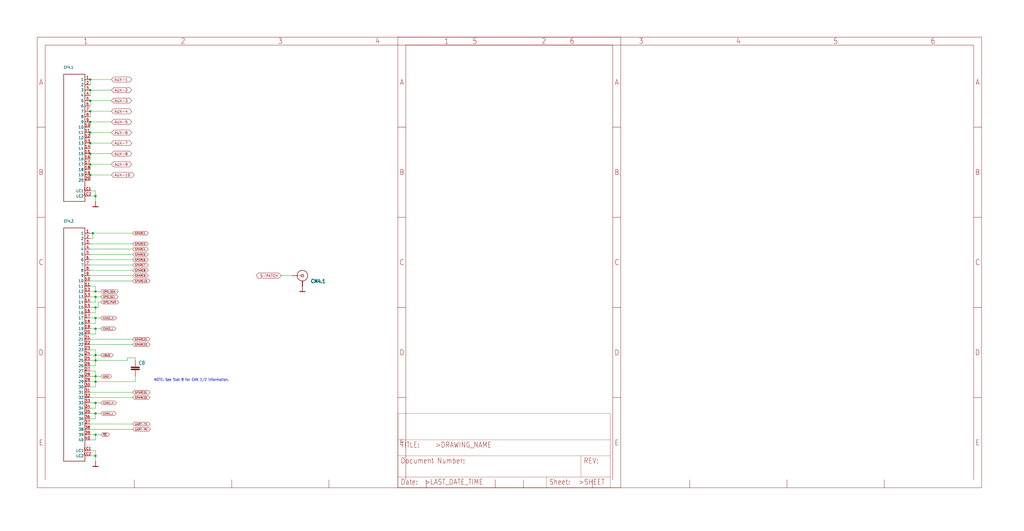
<source format=kicad_sch>
(kicad_sch (version 20211123) (generator eeschema)
  (paper "User" 490.22 254.406)
  (lib_symbols
    (symbol "oresat-backplane-1u-eagle-import:C-EU1206-B"
      (property "Reference" "C" (at 1.524 0.381 0))
      (property "Value" "C-EU1206-B" (at 1.524 -4.699 0))
      (symbol "C-EU1206-B_1_0"
        (rectangle (start -2.032 -2.032) (end 2.032 -1.524) (fill (type outline)))
        (rectangle (start -2.032 -1.016) (end 2.032 -0.508) (fill (type outline)))
        (polyline (pts (xy 0 -2.54) (xy 0 -2.032)) (stroke (width 0.1524)))
        (polyline (pts (xy 0 0) (xy 0 -0.508)) (stroke (width 0.1524)))
        (pin passive line (at 0 2.54 270) (length 2.54) (name "1") (number "1"))
        (pin passive line (at 0 -5.08 90) (length 2.54) (name "2") (number "2"))
      )
    )
    (symbol "oresat-backplane-1u-eagle-import:FRAME_A_L"
      (symbol "FRAME_A_L_0_0"
        (polyline (pts (xy 0 43.18) (xy 3.81 43.18)))
        (polyline (pts (xy 0 86.36) (xy 3.81 86.36)))
        (polyline (pts (xy 0 129.54) (xy 3.81 129.54)))
        (polyline (pts (xy 0 172.72) (xy 3.81 172.72)))
        (polyline (pts (xy 3.81 3.81) (xy 3.81 212.09)))
        (polyline (pts (xy 46.5667 0) (xy 46.5667 3.81)))
        (polyline (pts (xy 93.1333 0) (xy 93.1333 3.81)))
        (polyline (pts (xy 139.7 0) (xy 139.7 3.81)))
        (polyline (pts (xy 186.2667 0) (xy 186.2667 3.81)))
        (polyline (pts (xy 232.8333 0) (xy 232.8333 3.81)))
        (polyline (pts (xy 275.59 3.81) (xy 275.59 212.09)))
        (polyline (pts (xy 275.59 43.18) (xy 279.4 43.18)))
        (polyline (pts (xy 275.59 86.36) (xy 279.4 86.36)))
        (polyline (pts (xy 275.59 129.54) (xy 279.4 129.54)))
        (polyline (pts (xy 275.59 172.72) (xy 279.4 172.72)))
        (polyline (pts (xy 275.59 212.09) (xy 3.81 212.09)))
        (polyline (pts (xy 0 0) (xy 279.4 0) (xy 279.4 215.9) (xy 0 215.9) (xy 0 0)))
        (text "1" (at 23.2833 213.995 0) (effects (font (size 2.54 2.286))))
        (text "2" (at 69.85 213.995 0) (effects (font (size 2.54 2.286))))
        (text "3" (at 116.4167 213.995 0) (effects (font (size 2.54 2.286))))
        (text "4" (at 162.9833 213.995 0) (effects (font (size 2.54 2.286))))
        (text "5" (at 209.55 213.995 0) (effects (font (size 2.54 2.286))))
        (text "6" (at 256.1167 213.995 0) (effects (font (size 2.54 2.286))))
        (text "A" (at 1.905 194.31 0) (effects (font (size 2.54 2.286))))
        (text "A" (at 277.495 194.31 0) (effects (font (size 2.54 2.286))))
        (text "B" (at 1.905 151.13 0) (effects (font (size 2.54 2.286))))
        (text "B" (at 277.495 151.13 0) (effects (font (size 2.54 2.286))))
        (text "C" (at 1.905 107.95 0) (effects (font (size 2.54 2.286))))
        (text "C" (at 277.495 107.95 0) (effects (font (size 2.54 2.286))))
        (text "D" (at 1.905 64.77 0) (effects (font (size 2.54 2.286))))
        (text "D" (at 277.495 64.77 0) (effects (font (size 2.54 2.286))))
        (text "E" (at 1.905 21.59 0) (effects (font (size 2.54 2.286))))
        (text "E" (at 277.495 21.59 0) (effects (font (size 2.54 2.286))))
      )
      (symbol "FRAME_A_L_2_0"
        (polyline (pts (xy 0 0) (xy 0 5.08)) (stroke (width 0.1016)))
        (polyline (pts (xy 0 0) (xy 71.12 0)) (stroke (width 0.1016)))
        (polyline (pts (xy 0 5.08) (xy 0 15.24)) (stroke (width 0.1016)))
        (polyline (pts (xy 0 5.08) (xy 71.12 5.08)) (stroke (width 0.1016)))
        (polyline (pts (xy 0 15.24) (xy 0 22.86)) (stroke (width 0.1016)))
        (polyline (pts (xy 0 22.86) (xy 0 35.56)) (stroke (width 0.1016)))
        (polyline (pts (xy 0 22.86) (xy 101.6 22.86)) (stroke (width 0.1016)))
        (polyline (pts (xy 71.12 0) (xy 101.6 0)) (stroke (width 0.1016)))
        (polyline (pts (xy 71.12 5.08) (xy 71.12 0)) (stroke (width 0.1016)))
        (polyline (pts (xy 71.12 5.08) (xy 87.63 5.08)) (stroke (width 0.1016)))
        (polyline (pts (xy 87.63 5.08) (xy 101.6 5.08)) (stroke (width 0.1016)))
        (polyline (pts (xy 87.63 15.24) (xy 0 15.24)) (stroke (width 0.1016)))
        (polyline (pts (xy 87.63 15.24) (xy 87.63 5.08)) (stroke (width 0.1016)))
        (polyline (pts (xy 101.6 5.08) (xy 101.6 0)) (stroke (width 0.1016)))
        (polyline (pts (xy 101.6 15.24) (xy 87.63 15.24)) (stroke (width 0.1016)))
        (polyline (pts (xy 101.6 15.24) (xy 101.6 5.08)) (stroke (width 0.1016)))
        (polyline (pts (xy 101.6 22.86) (xy 101.6 15.24)) (stroke (width 0.1016)))
        (polyline (pts (xy 101.6 35.56) (xy 0 35.56)) (stroke (width 0.1016)))
        (polyline (pts (xy 101.6 35.56) (xy 101.6 22.86)) (stroke (width 0.1016)))
        (text ">DRAWING_NAME" (at 17.78 19.05 0) (effects (font (size 2.54 2.159)) (justify left bottom)))
        (text ">LAST_DATE_TIME" (at 12.7 1.27 0) (effects (font (size 2.54 2.159)) (justify left bottom)))
        (text ">SHEET" (at 86.36 1.27 0) (effects (font (size 2.54 2.159)) (justify left bottom)))
        (text "Date:" (at 1.27 1.27 0) (effects (font (size 2.54 2.159)) (justify left bottom)))
        (text "Document Number:" (at 1.27 11.43 0) (effects (font (size 2.54 2.159)) (justify left bottom)))
        (text "REV:" (at 88.9 11.43 0) (effects (font (size 2.54 2.159)) (justify left bottom)))
        (text "Sheet:" (at 72.39 1.27 0) (effects (font (size 2.54 2.159)) (justify left bottom)))
        (text "TITLE:" (at 1.27 19.05 0) (effects (font (size 2.54 2.159)) (justify left bottom)))
      )
    )
    (symbol "oresat-backplane-1u-eagle-import:GND" (power)
      (symbol "GND_1_0"
        (polyline (pts (xy -1.27 -2.54) (xy 1.27 -2.54)) (stroke (width 0.4064)))
        (pin power_in line (at 0 0 270) (length 2.54) (name "GND") (number "1"))
      )
    )
    (symbol "oresat-backplane-1u-eagle-import:J-MOLEX-SMPM-73300-0111X"
      (property "Reference" "CM" (at 3.81 -3.81 0))
      (property "Value" "J-MOLEX-SMPM-73300-0111X" (at 3.81 -6.35 0))
      (symbol "J-MOLEX-SMPM-73300-0111X_1_0"
        (polyline (pts (xy -2.54 0) (xy -0.635 0)) (stroke (width 0.1524)))
        (circle (center 0 0) (radius 0.635) (stroke (width 0.254)))
        (circle (center 0 0) (radius 2.54) (stroke (width 0.254)))
        (pin passive line (at 0 -5.08 90) (length 2.54) (name "SHIELD1") (number "P$1"))
        (pin passive line (at 0 -5.08 90) (length 2.54) (name "SHIELD1") (number "P$2"))
        (pin passive line (at 0 -5.08 90) (length 2.54) (name "SHIELD1") (number "P$3"))
        (pin passive line (at 0 -5.08 90) (length 2.54) (name "SHIELD1") (number "P$4"))
        (pin passive line (at -5.08 0 0) (length 2.54) (name "RF") (number "RF-DOWN"))
      )
    )
    (symbol "oresat-backplane-1u-eagle-import:SFM-110-X1-XXX-D-LC"
      (property "Reference" "CF" (at -2.54 33.02 0))
      (property "Value" "SFM-110-X1-XXX-D-LC" (at -2.54 31.75 0))
      (symbol "SFM-110-X1-XXX-D-LC_1_0"
        (polyline (pts (xy -2.54 -30.48) (xy -2.54 30.48)) (stroke (width 0.254)))
        (polyline (pts (xy -2.54 30.48) (xy 7.62 30.48)) (stroke (width 0.254)))
        (polyline (pts (xy 7.62 -30.48) (xy -2.54 -30.48)) (stroke (width 0.254)))
        (polyline (pts (xy 7.62 30.48) (xy 7.62 -30.48)) (stroke (width 0.254)))
        (pin passive line (at 10.16 27.94 180) (length 2.54) (name "1") (number "1"))
        (pin passive line (at 10.16 5.08 180) (length 2.54) (name "10") (number "10"))
        (pin passive line (at 10.16 2.54 180) (length 2.54) (name "11") (number "11"))
        (pin passive line (at 10.16 0 180) (length 2.54) (name "12") (number "12"))
        (pin passive line (at 10.16 -2.54 180) (length 2.54) (name "13") (number "13"))
        (pin passive line (at 10.16 -5.08 180) (length 2.54) (name "14") (number "14"))
        (pin passive line (at 10.16 -7.62 180) (length 2.54) (name "15") (number "15"))
        (pin passive line (at 10.16 -10.16 180) (length 2.54) (name "16") (number "16"))
        (pin passive line (at 10.16 -12.7 180) (length 2.54) (name "17") (number "17"))
        (pin passive line (at 10.16 -15.24 180) (length 2.54) (name "18") (number "18"))
        (pin passive line (at 10.16 -17.78 180) (length 2.54) (name "19") (number "19"))
        (pin passive line (at 10.16 25.4 180) (length 2.54) (name "2") (number "2"))
        (pin passive line (at 10.16 -20.32 180) (length 2.54) (name "20") (number "20"))
        (pin passive line (at 10.16 22.86 180) (length 2.54) (name "3") (number "3"))
        (pin passive line (at 10.16 20.32 180) (length 2.54) (name "4") (number "4"))
        (pin passive line (at 10.16 17.78 180) (length 2.54) (name "5") (number "5"))
        (pin passive line (at 10.16 15.24 180) (length 2.54) (name "6") (number "6"))
        (pin passive line (at 10.16 12.7 180) (length 2.54) (name "7") (number "7"))
        (pin passive line (at 10.16 10.16 180) (length 2.54) (name "8") (number "8"))
        (pin passive line (at 10.16 7.62 180) (length 2.54) (name "9") (number "9"))
        (pin passive line (at 10.16 -25.4 180) (length 2.54) (name "LC1") (number "LC1"))
        (pin passive line (at 10.16 -27.94 180) (length 2.54) (name "LC2") (number "LC2"))
      )
    )
    (symbol "oresat-backplane-1u-eagle-import:SFM-120-X1-XXX-D"
      (property "Reference" "J" (at -2.54 50.8 0))
      (property "Value" "SFM-120-X1-XXX-D" (at -2.54 49.53 0))
      (symbol "SFM-120-X1-XXX-D_1_0"
        (polyline (pts (xy -2.54 -63.5) (xy -2.54 48.26)) (stroke (width 0.254)))
        (polyline (pts (xy -2.54 48.26) (xy 7.62 48.26)) (stroke (width 0.254)))
        (polyline (pts (xy 7.62 -63.5) (xy -2.54 -63.5)) (stroke (width 0.254)))
        (polyline (pts (xy 7.62 48.26) (xy 7.62 -63.5)) (stroke (width 0.254)))
        (pin passive line (at 10.16 45.72 180) (length 2.54) (name "1") (number "1"))
        (pin passive line (at 10.16 22.86 180) (length 2.54) (name "10") (number "10"))
        (pin passive line (at 10.16 20.32 180) (length 2.54) (name "11") (number "11"))
        (pin passive line (at 10.16 17.78 180) (length 2.54) (name "12") (number "12"))
        (pin passive line (at 10.16 15.24 180) (length 2.54) (name "13") (number "13"))
        (pin passive line (at 10.16 12.7 180) (length 2.54) (name "14") (number "14"))
        (pin passive line (at 10.16 10.16 180) (length 2.54) (name "15") (number "15"))
        (pin passive line (at 10.16 7.62 180) (length 2.54) (name "16") (number "16"))
        (pin passive line (at 10.16 5.08 180) (length 2.54) (name "17") (number "17"))
        (pin passive line (at 10.16 2.54 180) (length 2.54) (name "18") (number "18"))
        (pin passive line (at 10.16 0 180) (length 2.54) (name "19") (number "19"))
        (pin passive line (at 10.16 43.18 180) (length 2.54) (name "2") (number "2"))
        (pin passive line (at 10.16 -2.54 180) (length 2.54) (name "20") (number "20"))
        (pin passive line (at 10.16 -5.08 180) (length 2.54) (name "21") (number "21"))
        (pin passive line (at 10.16 -7.62 180) (length 2.54) (name "22") (number "22"))
        (pin passive line (at 10.16 -10.16 180) (length 2.54) (name "23") (number "23"))
        (pin passive line (at 10.16 -12.7 180) (length 2.54) (name "24") (number "24"))
        (pin passive line (at 10.16 -15.24 180) (length 2.54) (name "25") (number "25"))
        (pin passive line (at 10.16 -17.78 180) (length 2.54) (name "26") (number "26"))
        (pin passive line (at 10.16 -20.32 180) (length 2.54) (name "27") (number "27"))
        (pin passive line (at 10.16 -22.86 180) (length 2.54) (name "28") (number "28"))
        (pin passive line (at 10.16 -25.4 180) (length 2.54) (name "29") (number "29"))
        (pin passive line (at 10.16 40.64 180) (length 2.54) (name "3") (number "3"))
        (pin passive line (at 10.16 -27.94 180) (length 2.54) (name "30") (number "30"))
        (pin passive line (at 10.16 -30.48 180) (length 2.54) (name "31") (number "31"))
        (pin passive line (at 10.16 -33.02 180) (length 2.54) (name "32") (number "32"))
        (pin passive line (at 10.16 -35.56 180) (length 2.54) (name "33") (number "33"))
        (pin passive line (at 10.16 -38.1 180) (length 2.54) (name "34") (number "34"))
        (pin passive line (at 10.16 -40.64 180) (length 2.54) (name "35") (number "35"))
        (pin passive line (at 10.16 -43.18 180) (length 2.54) (name "36") (number "36"))
        (pin passive line (at 10.16 -45.72 180) (length 2.54) (name "37") (number "37"))
        (pin passive line (at 10.16 -48.26 180) (length 2.54) (name "38") (number "38"))
        (pin passive line (at 10.16 -50.8 180) (length 2.54) (name "39") (number "39"))
        (pin passive line (at 10.16 38.1 180) (length 2.54) (name "4") (number "4"))
        (pin passive line (at 10.16 -53.34 180) (length 2.54) (name "40") (number "40"))
        (pin passive line (at 10.16 35.56 180) (length 2.54) (name "5") (number "5"))
        (pin passive line (at 10.16 33.02 180) (length 2.54) (name "6") (number "6"))
        (pin passive line (at 10.16 30.48 180) (length 2.54) (name "7") (number "7"))
        (pin passive line (at 10.16 27.94 180) (length 2.54) (name "8") (number "8"))
        (pin passive line (at 10.16 25.4 180) (length 2.54) (name "9") (number "9"))
        (pin passive line (at 10.16 -58.42 180) (length 2.54) (name "LC1") (number "LC1"))
        (pin passive line (at 10.16 -60.96 180) (length 2.54) (name "LC2") (number "LC2"))
      )
    )
  )
  (junction (at 45.72 93.98))
  (junction (at 45.72 139.7))
  (junction (at 45.72 193.04))
  (junction (at 43.18 48.26))
  (junction (at 45.72 180.34))
  (junction (at 43.18 53.34))
  (junction (at 43.18 38.1))
  (junction (at 45.72 172.72))
  (junction (at 45.72 152.4))
  (junction (at 43.18 58.42))
  (junction (at 45.72 147.32))
  (junction (at 45.72 182.88))
  (junction (at 43.18 78.74))
  (junction (at 43.18 43.18))
  (junction (at 45.72 218.44))
  (junction (at 43.18 73.66))
  (junction (at 44.45 111.76))
  (junction (at 45.72 198.12))
  (junction (at 45.72 157.48))
  (junction (at 43.18 63.5))
  (junction (at 45.72 142.24))
  (junction (at 45.72 208.28))
  (junction (at 43.18 83.82))
  (junction (at 45.72 170.18))
  (junction (at 43.18 68.58))
  (wire (pts (xy 45.72 180.34) (xy 45.72 182.88)))
  (wire (pts (xy 45.72 157.48) (xy 45.72 160.02)))
  (wire (pts (xy 43.18 53.34) (xy 43.18 55.88)))
  (wire (pts (xy 45.72 170.18) (xy 45.72 172.72)))
  (wire (pts (xy 43.18 83.82) (xy 53.34 83.82)))
  (wire (pts (xy 139.7 132.08) (xy 134.62 132.08)))
  (wire (pts (xy 43.18 177.8) (xy 45.72 177.8)))
  (wire (pts (xy 45.72 175.26) (xy 43.18 175.26)))
  (wire (pts (xy 43.18 119.38) (xy 63.5 119.38)))
  (wire (pts (xy 43.18 48.26) (xy 43.18 50.8)))
  (wire (pts (xy 64.77 171.45) (xy 64.77 172.72)))
  (wire (pts (xy 43.18 160.02) (xy 45.72 160.02)))
  (wire (pts (xy 45.72 96.52) (xy 45.72 93.98)))
  (wire (pts (xy 45.72 172.72) (xy 60.96 172.72)))
  (wire (pts (xy 45.72 210.82) (xy 45.72 208.28)))
  (wire (pts (xy 45.72 200.66) (xy 45.72 198.12)))
  (wire (pts (xy 43.18 83.82) (xy 43.18 86.36)))
  (wire (pts (xy 45.72 91.44) (xy 43.18 91.44)))
  (wire (pts (xy 45.72 218.44) (xy 45.72 220.98)))
  (wire (pts (xy 43.18 53.34) (xy 53.34 53.34)))
  (wire (pts (xy 45.72 167.64) (xy 45.72 170.18)))
  (wire (pts (xy 43.18 218.44) (xy 45.72 218.44)))
  (wire (pts (xy 43.18 205.74) (xy 63.5 205.74)))
  (wire (pts (xy 43.18 210.82) (xy 45.72 210.82)))
  (wire (pts (xy 43.18 68.58) (xy 43.18 71.12)))
  (wire (pts (xy 43.18 215.9) (xy 45.72 215.9)))
  (wire (pts (xy 43.18 195.58) (xy 45.72 195.58)))
  (wire (pts (xy 43.18 142.24) (xy 45.72 142.24)))
  (wire (pts (xy 43.18 116.84) (xy 63.5 116.84)))
  (wire (pts (xy 44.45 114.3) (xy 44.45 111.76)))
  (wire (pts (xy 43.18 129.54) (xy 63.5 129.54)))
  (wire (pts (xy 45.72 139.7) (xy 45.72 137.16)))
  (wire (pts (xy 45.72 172.72) (xy 43.18 172.72)))
  (wire (pts (xy 43.18 63.5) (xy 43.18 66.04)))
  (wire (pts (xy 43.18 48.26) (xy 53.34 48.26)))
  (wire (pts (xy 43.18 121.92) (xy 63.5 121.92)))
  (wire (pts (xy 43.18 165.1) (xy 63.5 165.1)))
  (wire (pts (xy 45.72 137.16) (xy 43.18 137.16)))
  (wire (pts (xy 48.26 180.34) (xy 45.72 180.34)))
  (wire (pts (xy 48.26 198.12) (xy 45.72 198.12)))
  (wire (pts (xy 43.18 58.42) (xy 43.18 60.96)))
  (wire (pts (xy 45.72 182.88) (xy 64.77 182.88)))
  (wire (pts (xy 48.26 170.18) (xy 45.72 170.18)))
  (wire (pts (xy 45.72 177.8) (xy 45.72 180.34)))
  (wire (pts (xy 43.18 167.64) (xy 45.72 167.64)))
  (wire (pts (xy 48.26 139.7) (xy 45.72 139.7)))
  (wire (pts (xy 45.72 147.32) (xy 43.18 147.32)))
  (wire (pts (xy 45.72 185.42) (xy 45.72 182.88)))
  (wire (pts (xy 43.18 139.7) (xy 45.72 139.7)))
  (wire (pts (xy 45.72 93.98) (xy 45.72 91.44)))
  (wire (pts (xy 45.72 193.04) (xy 43.18 193.04)))
  (wire (pts (xy 43.18 63.5) (xy 53.34 63.5)))
  (wire (pts (xy 45.72 195.58) (xy 45.72 193.04)))
  (wire (pts (xy 43.18 162.56) (xy 63.5 162.56)))
  (wire (pts (xy 45.72 144.78) (xy 43.18 144.78)))
  (wire (pts (xy 43.18 78.74) (xy 53.34 78.74)))
  (wire (pts (xy 45.72 172.72) (xy 45.72 175.26)))
  (wire (pts (xy 45.72 93.98) (xy 43.18 93.98)))
  (wire (pts (xy 43.18 38.1) (xy 53.34 38.1)))
  (wire (pts (xy 43.18 190.5) (xy 63.5 190.5)))
  (wire (pts (xy 43.18 203.2) (xy 63.5 203.2)))
  (wire (pts (xy 43.18 127) (xy 63.5 127)))
  (wire (pts (xy 46.99 144.78) (xy 46.99 147.32)))
  (wire (pts (xy 43.18 68.58) (xy 53.34 68.58)))
  (wire (pts (xy 60.96 171.45) (xy 64.77 171.45)))
  (wire (pts (xy 60.96 172.72) (xy 60.96 171.45)))
  (wire (pts (xy 43.18 180.34) (xy 45.72 180.34)))
  (wire (pts (xy 43.18 187.96) (xy 63.5 187.96)))
  (wire (pts (xy 45.72 157.48) (xy 43.18 157.48)))
  (wire (pts (xy 46.99 147.32) (xy 45.72 147.32)))
  (wire (pts (xy 43.18 73.66) (xy 43.18 76.2)))
  (wire (pts (xy 45.72 208.28) (xy 43.18 208.28)))
  (wire (pts (xy 45.72 182.88) (xy 43.18 182.88)))
  (wire (pts (xy 45.72 149.86) (xy 45.72 147.32)))
  (wire (pts (xy 48.26 144.78) (xy 46.99 144.78)))
  (wire (pts (xy 43.18 58.42) (xy 53.34 58.42)))
  (wire (pts (xy 43.18 154.94) (xy 45.72 154.94)))
  (wire (pts (xy 43.18 185.42) (xy 45.72 185.42)))
  (wire (pts (xy 43.18 38.1) (xy 43.18 40.64)))
  (wire (pts (xy 45.72 215.9) (xy 45.72 218.44)))
  (wire (pts (xy 48.26 152.4) (xy 45.72 152.4)))
  (wire (pts (xy 43.18 134.62) (xy 63.5 134.62)))
  (wire (pts (xy 48.26 208.28) (xy 45.72 208.28)))
  (wire (pts (xy 45.72 152.4) (xy 43.18 152.4)))
  (wire (pts (xy 43.18 111.76) (xy 44.45 111.76)))
  (wire (pts (xy 43.18 200.66) (xy 45.72 200.66)))
  (wire (pts (xy 64.77 182.88) (xy 64.77 180.34)))
  (wire (pts (xy 43.18 124.46) (xy 63.5 124.46)))
  (wire (pts (xy 43.18 73.66) (xy 53.34 73.66)))
  (wire (pts (xy 45.72 142.24) (xy 48.26 142.24)))
  (wire (pts (xy 45.72 152.4) (xy 45.72 154.94)))
  (wire (pts (xy 43.18 78.74) (xy 43.18 81.28)))
  (wire (pts (xy 43.18 43.18) (xy 43.18 45.72)))
  (wire (pts (xy 48.26 193.04) (xy 45.72 193.04)))
  (wire (pts (xy 44.45 111.76) (xy 63.5 111.76)))
  (wire (pts (xy 45.72 170.18) (xy 43.18 170.18)))
  (wire (pts (xy 43.18 132.08) (xy 63.5 132.08)))
  (wire (pts (xy 43.18 43.18) (xy 53.34 43.18)))
  (wire (pts (xy 43.18 114.3) (xy 44.45 114.3)))
  (wire (pts (xy 48.26 157.48) (xy 45.72 157.48)))
  (wire (pts (xy 45.72 198.12) (xy 43.18 198.12)))
  (wire (pts (xy 43.18 149.86) (xy 45.72 149.86)))
  (wire (pts (xy 45.72 142.24) (xy 45.72 144.78)))
  (text "NOTE: See Slot 8 for CAN 1/2 information." (at 73.66 182.88 180) (effects (font (size 1.27 1.0795)) (justify left bottom)))
  (global_label "SPARE31" (shape bidirectional) (at 63.5 187.96 0) (effects (font (size 0.889 0.889))) (property "Intersheet References" "${INTERSHEET_REFS}" (effects hide)))
  (global_label "OPD_SCL" (shape bidirectional) (at 48.26 142.24 0) (effects (font (size 0.889 0.889))) (property "Intersheet References" "${INTERSHEET_REFS}" (effects hide)))
  (global_label "AUX-10" (shape bidirectional) (at 53.34 83.82 0) (effects (font (size 1.2446 1.2446))) (property "Intersheet References" "${INTERSHEET_REFS}" (effects hide)))
  (global_label "AUX-9" (shape bidirectional) (at 53.34 78.74 0) (effects (font (size 1.2446 1.2446))) (property "Intersheet References" "${INTERSHEET_REFS}" (effects hide)))
  (global_label "CAN1_L" (shape bidirectional) (at 48.26 198.12 0) (effects (font (size 0.889 0.889))) (property "Intersheet References" "${INTERSHEET_REFS}" (effects hide)))
  (global_label "SPARE9" (shape bidirectional) (at 63.5 132.08 0) (effects (font (size 0.889 0.889))) (property "Intersheet References" "${INTERSHEET_REFS}" (effects hide)))
  (global_label "SPARE4" (shape bidirectional) (at 63.5 119.38 0) (effects (font (size 0.889 0.889))) (property "Intersheet References" "${INTERSHEET_REFS}" (effects hide)))
  (global_label "AUX-8" (shape bidirectional) (at 53.34 73.66 0) (effects (font (size 1.2446 1.2446))) (property "Intersheet References" "${INTERSHEET_REFS}" (effects hide)))
  (global_label "SPARE10" (shape bidirectional) (at 63.5 134.62 0) (effects (font (size 0.889 0.889))) (property "Intersheet References" "${INTERSHEET_REFS}" (effects hide)))
  (global_label "CAN1_H" (shape bidirectional) (at 48.26 193.04 0) (effects (font (size 0.889 0.889))) (property "Intersheet References" "${INTERSHEET_REFS}" (effects hide)))
  (global_label "GND" (shape bidirectional) (at 48.26 180.34 0) (effects (font (size 0.889 0.889))) (property "Intersheet References" "${INTERSHEET_REFS}" (effects hide)))
  (global_label "SPARE32" (shape bidirectional) (at 63.5 190.5 0) (effects (font (size 0.889 0.889))) (property "Intersheet References" "${INTERSHEET_REFS}" (effects hide)))
  (global_label "AUX-2" (shape bidirectional) (at 53.34 43.18 0) (effects (font (size 1.2446 1.2446))) (property "Intersheet References" "${INTERSHEET_REFS}" (effects hide)))
  (global_label "S-PATCH" (shape bidirectional) (at 134.62 132.08 180) (effects (font (size 1.2446 1.2446))) (property "Intersheet References" "${INTERSHEET_REFS}" (effects hide)))
  (global_label "AUX-1" (shape bidirectional) (at 53.34 38.1 0) (effects (font (size 1.2446 1.2446))) (property "Intersheet References" "${INTERSHEET_REFS}" (effects hide)))
  (global_label "SPARE5" (shape bidirectional) (at 63.5 121.92 0) (effects (font (size 0.889 0.889))) (property "Intersheet References" "${INTERSHEET_REFS}" (effects hide)))
  (global_label "AUX-4" (shape bidirectional) (at 53.34 53.34 0) (effects (font (size 1.2446 1.2446))) (property "Intersheet References" "${INTERSHEET_REFS}" (effects hide)))
  (global_label "SPARE3" (shape bidirectional) (at 63.5 116.84 0) (effects (font (size 0.889 0.889))) (property "Intersheet References" "${INTERSHEET_REFS}" (effects hide)))
  (global_label "CAN2_H" (shape bidirectional) (at 48.26 152.4 0) (effects (font (size 0.889 0.889))) (property "Intersheet References" "${INTERSHEET_REFS}" (effects hide)))
  (global_label "SPARE1" (shape bidirectional) (at 63.5 111.76 0) (effects (font (size 0.889 0.889))) (property "Intersheet References" "${INTERSHEET_REFS}" (effects hide)))
  (global_label "~{SD}" (shape bidirectional) (at 48.26 208.28 0) (effects (font (size 0.889 0.889))) (property "Intersheet References" "${INTERSHEET_REFS}" (effects hide)))
  (global_label "SPARE8" (shape bidirectional) (at 63.5 129.54 0) (effects (font (size 0.889 0.889))) (property "Intersheet References" "${INTERSHEET_REFS}" (effects hide)))
  (global_label "UART-RX" (shape bidirectional) (at 63.5 205.74 0) (effects (font (size 0.889 0.889))) (property "Intersheet References" "${INTERSHEET_REFS}" (effects hide)))
  (global_label "AUX-5" (shape bidirectional) (at 53.34 58.42 0) (effects (font (size 1.2446 1.2446))) (property "Intersheet References" "${INTERSHEET_REFS}" (effects hide)))
  (global_label "AUX-7" (shape bidirectional) (at 53.34 68.58 0) (effects (font (size 1.2446 1.2446))) (property "Intersheet References" "${INTERSHEET_REFS}" (effects hide)))
  (global_label "OPD_PWR" (shape bidirectional) (at 48.26 144.78 0) (effects (font (size 0.889 0.889))) (property "Intersheet References" "${INTERSHEET_REFS}" (effects hide)))
  (global_label "SPARE6" (shape bidirectional) (at 63.5 124.46 0) (effects (font (size 0.889 0.889))) (property "Intersheet References" "${INTERSHEET_REFS}" (effects hide)))
  (global_label "UART-TX" (shape bidirectional) (at 63.5 203.2 0) (effects (font (size 0.889 0.889))) (property "Intersheet References" "${INTERSHEET_REFS}" (effects hide)))
  (global_label "AUX-3" (shape bidirectional) (at 53.34 48.26 0) (effects (font (size 1.2446 1.2446))) (property "Intersheet References" "${INTERSHEET_REFS}" (effects hide)))
  (global_label "OPD_SDA" (shape bidirectional) (at 48.26 139.7 0) (effects (font (size 0.889 0.889))) (property "Intersheet References" "${INTERSHEET_REFS}" (effects hide)))
  (global_label "VBUS" (shape bidirectional) (at 48.26 170.18 0) (effects (font (size 0.889 0.889))) (property "Intersheet References" "${INTERSHEET_REFS}" (effects hide)))
  (global_label "AUX-6" (shape bidirectional) (at 53.34 63.5 0) (effects (font (size 1.2446 1.2446))) (property "Intersheet References" "${INTERSHEET_REFS}" (effects hide)))
  (global_label "SPARE21" (shape bidirectional) (at 63.5 162.56 0) (effects (font (size 0.889 0.889))) (property "Intersheet References" "${INTERSHEET_REFS}" (effects hide)))
  (global_label "SPARE22" (shape bidirectional) (at 63.5 165.1 0) (effects (font (size 0.889 0.889))) (property "Intersheet References" "${INTERSHEET_REFS}" (effects hide)))
  (global_label "SPARE7" (shape bidirectional) (at 63.5 127 0) (effects (font (size 0.889 0.889))) (property "Intersheet References" "${INTERSHEET_REFS}" (effects hide)))
  (global_label "CAN2_L" (shape bidirectional) (at 48.26 157.48 0) (effects (font (size 0.889 0.889))) (property "Intersheet References" "${INTERSHEET_REFS}" (effects hide)))
  (symbol (lib_id "oresat-backplane-1u-eagle-import:FRAME_A_L") (at 190.5 233.68 0) (unit 2)
    (property "Reference" "#FRAME17" (effects hide))
  )
  (symbol (lib_id "oresat-backplane-1u-eagle-import:GND") (at 144.78 137.16 0) (unit 1)
    (property "Reference" "#GND5" (effects hide))
  )
  (symbol (lib_id "oresat-backplane-1u-eagle-import:SFM-120-X1-XXX-D") (at 33.02 157.48 0) (unit 1)
    (property "Reference" "CF4.2" (at 30.48 106.68 0) (effects (font (size 1.27 1.0795)) (justify left bottom)))
  )
  (symbol (lib_id "oresat-backplane-1u-eagle-import:J-MOLEX-SMPM-73300-0111X") (at 144.78 132.08 0) (unit 1)
    (property "Reference" "CM4.1" (at 148.59 135.89 0) (effects (font (size 1.778 1.5113) bold) (justify left bottom)))
  )
  (symbol (lib_id "oresat-backplane-1u-eagle-import:GND") (at 45.72 96.52 0) (unit 1)
    (property "Reference" "#GND101" (effects hide))
  )
  (symbol (lib_id "oresat-backplane-1u-eagle-import:SFM-110-X1-XXX-D-LC") (at 33.02 66.04 0) (unit 1)
    (property "Reference" "CF4.1" (at 30.48 33.02 0) (effects (font (size 1.27 1.0795)) (justify left bottom)))
  )
  (symbol (lib_id "oresat-backplane-1u-eagle-import:C-EU1206-B") (at 64.77 175.26 0) (unit 1)
    (property "Reference" "C8" (at 66.294 174.879 0) (effects (font (size 1.778 1.5113)) (justify left bottom)))
  )
  (symbol (lib_id "oresat-backplane-1u-eagle-import:GND") (at 45.72 220.98 0) (unit 1)
    (property "Reference" "#GND97" (effects hide))
  )
  (symbol (lib_id "oresat-backplane-1u-eagle-import:FRAME_A_L") (at 17.78 233.68 0) (unit 1)
    (property "Reference" "#FRAME17" (effects hide))
  )
)
</source>
